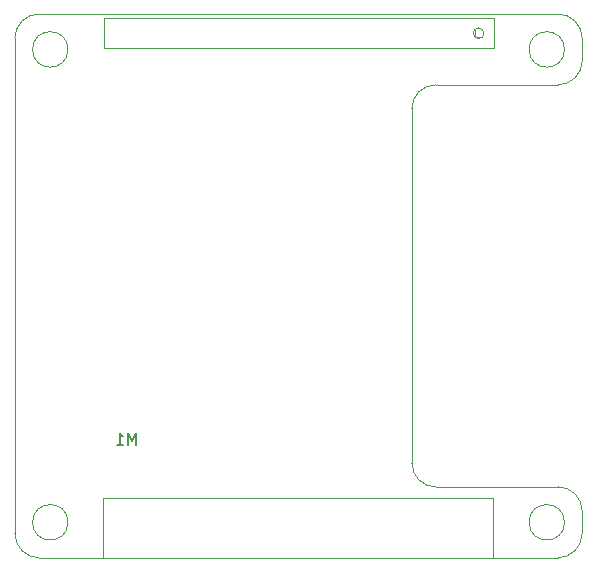
<source format=gbr>
G04 #@! TF.FileFunction,Legend,Bot*
%FSLAX46Y46*%
G04 Gerber Fmt 4.6, Leading zero omitted, Abs format (unit mm)*
G04 Created by KiCad (PCBNEW 4.0.7-e2-6376~58~ubuntu16.04.1) date Fri Feb  1 18:55:09 2019*
%MOMM*%
%LPD*%
G01*
G04 APERTURE LIST*
%ADD10C,0.100000*%
%ADD11C,0.150000*%
G04 APERTURE END LIST*
D10*
X138002570Y-52057204D02*
X138002570Y-53942796D01*
X136500000Y-93038583D02*
G75*
G03X136500000Y-93038583I-1500000J0D01*
G01*
X89962457Y-52057204D02*
X89962457Y-93981379D01*
X136500000Y-53000000D02*
G75*
G03X136500000Y-53000000I-1500000J0D01*
G01*
X123586771Y-58002570D02*
G75*
G02X125586771Y-56002570I2000000J0D01*
G01*
X128908528Y-51954658D02*
X129548528Y-51954658D01*
X92022231Y-49997429D02*
X135942795Y-49997429D01*
X97478528Y-52904658D02*
X130498528Y-52904658D01*
X94465027Y-93038583D02*
G75*
G03X94465027Y-93038583I-1500000J0D01*
G01*
X138002570Y-92095788D02*
X138002570Y-93981379D01*
X92022231Y-96041154D02*
X135942795Y-96041154D01*
X130498528Y-50364658D02*
X130498528Y-52904658D01*
X130498528Y-50364658D02*
X97478528Y-50364658D01*
X130472892Y-90961414D02*
X130472892Y-96041414D01*
X130472892Y-90961414D02*
X97452892Y-90961414D01*
X97452892Y-90961414D02*
X97452892Y-96041414D01*
X135942795Y-49997429D02*
G75*
G02X138002570Y-52057204I0J-2059775D01*
G01*
X89962456Y-52057204D02*
G75*
G02X92022231Y-49997429I2059775J0D01*
G01*
X92022231Y-96041153D02*
G75*
G02X89962457Y-93981379I0J2059774D01*
G01*
X135942795Y-90036013D02*
G75*
G02X138002570Y-92095788I0J-2059775D01*
G01*
X138002570Y-93981379D02*
G75*
G02X135942795Y-96041154I-2059775J0D01*
G01*
X138002569Y-53942796D02*
G75*
G02X135942795Y-56002570I-2059774J0D01*
G01*
X135942795Y-56002570D02*
X125586771Y-56002570D01*
X94465027Y-53000000D02*
G75*
G03X94465027Y-53000000I-1500000J0D01*
G01*
X123586771Y-58002570D02*
X123586771Y-88036013D01*
X125586771Y-90036013D02*
X135942795Y-90036013D01*
X97478528Y-50364658D02*
X97478528Y-52904658D01*
X129681076Y-51634658D02*
G75*
G03X129681076Y-51634658I-452548J0D01*
G01*
X125586771Y-90036013D02*
G75*
G02X123586771Y-88036013I0J2000000D01*
G01*
X128908528Y-51314658D02*
X128908528Y-51954658D01*
D11*
X100249524Y-86472381D02*
X100249524Y-85472381D01*
X99916190Y-86186667D01*
X99582857Y-85472381D01*
X99582857Y-86472381D01*
X98582857Y-86472381D02*
X99154286Y-86472381D01*
X98868572Y-86472381D02*
X98868572Y-85472381D01*
X98963810Y-85615238D01*
X99059048Y-85710476D01*
X99154286Y-85758095D01*
M02*

</source>
